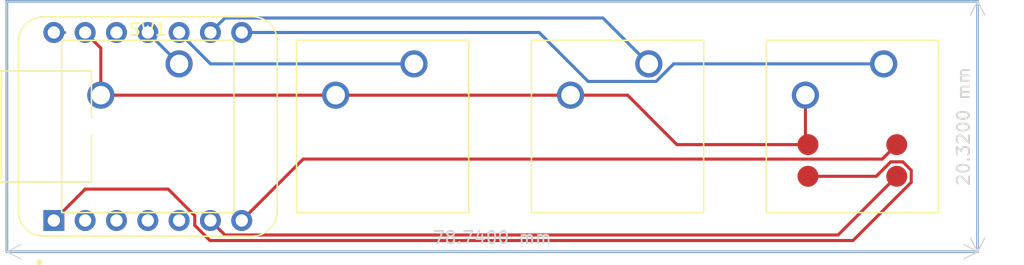
<source format=kicad_pcb>
(kicad_pcb (version 20240108) (generator "pcbnew") (generator_version "8.0")
  (title_block (comment 4 "AISLER Project ID: FHMIPQUN"))
  (layers (0 "F.Cu" signal) (31 "B.Cu" signal) (34 "B.Paste" user) (35 "F.Paste" user) (36 "B.SilkS" user "B.Silkscreen") (37 "F.SilkS" user "F.Silkscreen") (38 "B.Mask" user) (39 "F.Mask" user) (44 "Edge.Cuts" user))
  (net 0 "")
  (net 1 "Net-(U1-PA6_A10_D10_MOSI)")
  (net 2 "GND")
  (net 3 "Net-(U1-PA5_A9_D9_MISO)")
  (net 4 "Net-(U1-PA7_A8_D8_SCK)")
  (net 8 "unconnected-(U1-5V-Pad14)")
  (net 11 "Net-(SW4-E)")
  (net 12 "Net-(SW4-A)")
  (net 13 "Net-(SW4-B)")
  (net 14 "Net-(U1-PB09_A7_D7_RX)")
  (footprint "skylong_knob:1U_Rotary_Encoder_Switch" (layer "F.Cu") (at 180.34 96.52)
    (property "Reference" "SW4" (hide yes))
    (property "Value" "1U_Rotary_Encoder_Switch" (hide yes))
    (pad "" np_thru_hole circle (at 0 0) (size 4.1 4.1) (drill 4.1) (layers "F&B.Cu" "*.Mask"))
    (pad "1" smd circle (at 3.6 4.04) (size 1.7 1.7) (layers "F.Cu" "F.Paste" "F.Mask") (net 13 "Net-(SW4-B)"))
    (pad "2" smd circle (at 3.6 1.47) (size 1.7 1.7) (layers "F.Cu" "F.Paste" "F.Mask") (net 12 "Net-(SW4-A)"))
    (pad "3" smd circle (at -3.6 4.04) (size 1.7 1.7) (layers "F.Cu" "F.Paste" "F.Mask") (net 11 "Net-(SW4-E)"))
    (pad "4" smd circle (at -3.6 1.47) (size 1.7 1.7) (layers "F.Cu" "F.Paste" "F.Mask") (net 2 "GND"))
  )
  (footprint "Button_Switch_Keyboard:SW_Cherry_MX_1.00u_PCB" (layer "F.Cu") (at 163.83 91.44)
    (property "Reference" "SW3" (hide yes))
    (property "Value" "SW_Push" (hide yes))
    (fp_line (start -9.525 -1.905) (end 4.445 -1.905) (stroke (width 0.12)) (layer "F.SilkS"))
    (fp_line (start -9.525 12.065) (end -9.525 -1.905) (stroke (width 0.12)) (layer "F.SilkS"))
    (fp_line (start 4.445 -1.905) (end 4.445 12.065) (stroke (width 0.12)) (layer "F.SilkS"))
    (fp_line (start 4.445 12.065) (end -9.525 12.065) (stroke (width 0.12)) (layer "F.SilkS"))
    (pad "" np_thru_hole circle (at -7.62 5.08) (size 1.7 1.7) (drill 1.7) (layers "*.Cu" "*.Mask"))
    (pad "" np_thru_hole circle (at -2.54 5.08) (size 4 4) (drill 4) (layers "*.Cu" "*.Mask"))
    (pad "" np_thru_hole circle (at 2.54 5.08) (size 1.7 1.7) (drill 1.7) (layers "*.Cu" "*.Mask"))
    (pad "1" thru_hole circle (at 0 0) (size 2.2 2.2) (drill 1.5) (layers "*.Cu" "*.Mask") (net 4 "Net-(U1-PA7_A8_D8_SCK)"))
    (pad "2" thru_hole circle (at -6.35 2.54) (size 2.2 2.2) (drill 1.5) (layers "*.Cu" "*.Mask") (net 2 "GND"))
  )
  (footprint "Button_Switch_Keyboard:SW_Cherry_MX_1.00u_PCB" (layer "F.Cu") (at 125.73 91.44)
    (property "Reference" "SW1" (at -2.54 -2.794 0) (layer "F.SilkS"))
    (property "Value" "SW_Push")
    (fp_line (start -9.525 -1.905) (end 4.445 -1.905) (stroke (width 0.12)) (layer "F.SilkS"))
    (fp_line (start -9.525 12.065) (end -9.525 -1.905) (stroke (width 0.12)) (layer "F.SilkS"))
    (fp_line (start 4.445 -1.905) (end 4.445 12.065) (stroke (width 0.12)) (layer "F.SilkS"))
    (fp_line (start 4.445 12.065) (end -9.525 12.065) (stroke (width 0.12)) (layer "F.SilkS"))
    (pad "" np_thru_hole circle (at -7.62 5.08) (size 1.7 1.7) (drill 1.7) (layers "*.Cu" "*.Mask"))
    (pad "" np_thru_hole circle (at -2.54 5.08) (size 4 4) (drill 4) (layers "*.Cu" "*.Mask"))
    (pad "" np_thru_hole circle (at 2.54 5.08) (size 1.7 1.7) (drill 1.7) (layers "*.Cu" "*.Mask"))
    (pad "1" thru_hole circle (at 0 0) (size 2.2 2.2) (drill 1.5) (layers "*.Cu" "*.Mask") (net 1 "Net-(U1-PA6_A10_D10_MOSI)"))
    (pad "2" thru_hole circle (at -6.35 2.54) (size 2.2 2.2) (drill 1.5) (layers "*.Cu" "*.Mask") (net 2 "GND"))
  )
  (footprint "seeed:XIAO-Generic-Thruhole-14P-2.54-21X17.8MM" (layer "F.Cu") (at 123.19 96.52 90)
    (property "Reference" "U1" (hide yes))
    (property "Value" "Seeed Studio XIAO SAMD21" (hide yes))
    (fp_line (start 4.5 -11.92403) (end 4.5 -4.57073) (stroke (width 0.127)) (layer "F.SilkS"))
    (fp_line (start -4.5 -11.92403) (end 4.5 -11.92403) (stroke (width 0.127)) (layer "F.SilkS"))
    (fp_line (start 6.9 -10.49909) (end -6.9 -10.49909) (stroke (width 0.127)) (layer "F.SilkS"))
    (fp_line (start -8.9 -8.5) (end -8.9 8.5) (stroke (width 0.127)) (layer "F.SilkS"))
    (fp_line (start 4.5 -4.57073) (end -4.5 -4.57073) (stroke (width 0.127)) (layer "F.SilkS"))
    (fp_line (start -4.5 -4.57073) (end -4.5 -11.92403) (stroke (width 0.127)) (layer "F.SilkS"))
    (fp_line (start 8.9 8.5) (end 8.9 -8.5) (stroke (width 0.127)) (layer "F.SilkS"))
    (fp_line (start -6.9 10.5) (end 6.9 10.5) (stroke (width 0.127)) (layer "F.SilkS"))
    (fp_arc (start 6.9 -10.5) (mid 8.301494 -9.901494) (end 8.9 -8.5) (stroke (width 0.12)) (layer "F.SilkS"))
    (fp_arc (start -8.9 -8.5) (mid -8.301491 -9.901491) (end -6.9 -10.5) (stroke (width 0.12)) (layer "F.SilkS"))
    (fp_arc (start 8.9 8.5) (mid 8.314214 9.914214) (end 6.9 10.5) (stroke (width 0.12)) (layer "F.SilkS"))
    (fp_arc (start -6.9 10.5) (mid -8.301423 9.901423) (end -8.9 8.5) (stroke (width 0.12)) (layer "F.SilkS"))
    (fp_circle (center -11 -8.8) (end -11 -9.054) (fill solid) (layer "F.SilkS"))
    (fp_poly (pts (xy -8.887715 -8.561705) (xy -8.884667 -8.610473) (xy -8.880603 -8.659494)) (stroke (width 0.0254)) (fill none) (layer "F.SilkS"))
    (fp_poly (pts (xy 8.889492 8.521574) (xy 8.887713 8.57085) (xy 8.884665 8.619618) (xy 8.880601 8.668639) (xy 8.875268 8.717407) (xy 8.868664 8.766175) (xy 8.861044 8.81469) (xy 8.852153 8.86295) (xy 8.842248 8.910955)) (stroke (width 0.0254)) (fill none) (layer "F.SilkS"))
    (fp_text user "XIAO" (at 0 0.5 90) (layer "F.SilkS"))
    (pad "1" thru_hole rect (at -7.625 -7.62 90) (size 1.7 1.7) (drill 1) (layers "*.Cu" "*.Mask") (net 11 "Net-(SW4-E)"))
    (pad "2" thru_hole circle (at -7.625 -5.08 90) (size 1.7 1.7) (drill 1) (layers "*.Cu" "*.Mask"))
    (pad "3" thru_hole circle (at -7.625 -2.54 90) (size 1.7 1.7) (drill 1) (layers "*.Cu" "*.Mask"))
    (pad "4" thru_hole circle (at -7.625 0 90) (size 1.7 1.7) (drill 1) (layers "*.Cu" "*.Mask"))
    (pad "5" thru_hole circle (at -7.625 2.54 90) (size 1.7 1.7) (drill 1) (layers "*.Cu" "*.Mask"))
    (pad "6" thru_hole circle (at -7.625 5.08 270) (size 1.7 1.7) (drill 1) (layers "*.Cu" "*.Mask") (net 13 "Net-(SW4-B)"))
    (pad "7" thru_hole circle (at -7.625 7.62 90) (size 1.7 1.7) (drill 1) (layers "*.Cu" "*.Mask") (net 12 "Net-(SW4-A)"))
    (pad "8" thru_hole circle (at 7.625 7.62 90) (size 1.7 1.7) (drill 1) (layers "*.Cu" "*.Mask") (net 14 "Net-(U1-PB09_A7_D7_RX)"))
    (pad "9" thru_hole circle (at 7.625 5.08 90) (size 1.7 1.7) (drill 1) (layers "*.Cu" "*.Mask") (net 4 "Net-(U1-PA7_A8_D8_SCK)"))
    (pad "10" thru_hole circle (at 7.625 2.54 90) (size 1.7 1.7) (drill 1) (layers "*.Cu" "*.Mask") (net 3 "Net-(U1-PA5_A9_D9_MISO)"))
    (pad "11" thru_hole circle (at 7.625 0 90) (size 1.7 1.7) (drill 1) (layers "*.Cu" "*.Mask") (net 1 "Net-(U1-PA6_A10_D10_MOSI)"))
    (pad "12" thru_hole circle (at 7.625 -2.54 90) (size 1.7 1.7) (drill 1) (layers "*.Cu" "*.Mask"))
    (pad "13" thru_hole circle (at 7.625 -5.08 90) (size 1.7 1.7) (drill 1) (layers "*.Cu" "*.Mask") (net 2 "GND"))
    (pad "14" thru_hole circle (at 7.625 -7.62 90) (size 1.7 1.7) (drill 1) (layers "*.Cu" "*.Mask") (net 8 "unconnected-(U1-5V-Pad14)"))
  )
  (footprint "Button_Switch_Keyboard:SW_Cherry_MX_1.00u_PCB" (layer "F.Cu") (at 182.88 91.44)
    (property "Reference" "SW5" (hide yes))
    (property "Value" "SW_Push" (hide yes))
    (fp_line (start -9.525 -1.905) (end 4.445 -1.905) (stroke (width 0.12)) (layer "F.SilkS"))
    (fp_line (start -9.525 12.065) (end -9.525 -1.905) (stroke (width 0.12)) (layer "F.SilkS"))
    (fp_line (start 4.445 -1.905) (end 4.445 12.065) (stroke (width 0.12)) (layer "F.SilkS"))
    (fp_line (start 4.445 12.065) (end -9.525 12.065) (stroke (width 0.12)) (layer "F.SilkS"))
    (pad "" np_thru_hole circle (at -7.62 5.08) (size 1.7 1.7) (drill 1.7) (layers "*.Cu" "*.Mask"))
    (pad "" np_thru_hole circle (at -2.54 5.08) (size 4 4) (drill 4) (layers "*.Cu" "*.Mask"))
    (pad "" np_thru_hole circle (at 2.54 5.08) (size 1.7 1.7) (drill 1.7) (layers "*.Cu" "*.Mask"))
    (pad "1" thru_hole circle (at 0 0) (size 2.2 2.2) (drill 1.5) (layers "*.Cu" "*.Mask") (net 14 "Net-(U1-PB09_A7_D7_RX)"))
    (pad "2" thru_hole circle (at -6.35 2.54) (size 2.2 2.2) (drill 1.5) (layers "*.Cu" "*.Mask") (net 2 "GND"))
  )
  (footprint "Button_Switch_Keyboard:SW_Cherry_MX_1.00u_PCB" (layer "F.Cu") (at 144.78 91.44)
    (property "Reference" "SW2" (hide yes))
    (property "Value" "SW_Push" (hide yes))
    (fp_line (start -9.525 -1.905) (end 4.445 -1.905) (stroke (width 0.12)) (layer "F.SilkS"))
    (fp_line (start -9.525 12.065) (end -9.525 -1.905) (stroke (width 0.12)) (layer "F.SilkS"))
    (fp_line (start 4.445 -1.905) (end 4.445 12.065) (stroke (width 0.12)) (layer "F.SilkS"))
    (fp_line (start 4.445 12.065) (end -9.525 12.065) (stroke (width 0.12)) (layer "F.SilkS"))
    (pad "" np_thru_hole circle (at -7.62 5.08) (size 1.7 1.7) (drill 1.7) (layers "*.Cu" "*.Mask"))
    (pad "" np_thru_hole circle (at -2.54 5.08) (size 4 4) (drill 4) (layers "*.Cu" "*.Mask"))
    (pad "" np_thru_hole circle (at 2.54 5.08) (size 1.7 1.7) (drill 1.7) (layers "*.Cu" "*.Mask"))
    (pad "1" thru_hole circle (at 0 0) (size 2.2 2.2) (drill 1.5) (layers "*.Cu" "*.Mask") (net 3 "Net-(U1-PA5_A9_D9_MISO)"))
    (pad "2" thru_hole circle (at -6.35 2.54) (size 2.2 2.2) (drill 1.5) (layers "*.Cu" "*.Mask") (net 2 "GND"))
  )
  (gr_rect (start 111.76 86.36) (end 190.5 106.68) (stroke (width 0.2)) (fill none) (layer "B.Cu"))
  (gr_rect (start 111.76 86.36) (end 190.5 106.68) (stroke (width 0.1)) (fill none) (layer "Edge.Cuts"))
  (dimension (type aligned) (layer "Edge.Cuts") (pts (xy 190.5 106.68) (xy 190.5 86.36)) (height 0) (gr_text "20.3200 mm" (at 189.35 96.52 90) (layer "Edge.Cuts") (effects (font (size 1 1) (thickness 0.15)))) (format (prefix "") (suffix "") (units 3) (units_format 1) (precision 4)) (style (thickness 0.1) (arrow_length 1.27) (text_position_mode 0) (extension_height 0.58642) (extension_offset 0.5) keep_text_aligned))
  (dimension (type aligned) (layer "Edge.Cuts") (pts (xy 111.76 106.68) (xy 190.5 106.68)) (height 0) (gr_text "78.7400 mm" (at 151.13 105.53 0) (layer "Edge.Cuts") (effects (font (size 1 1) (thickness 0.15)))) (format (prefix "") (suffix "") (units 3) (units_format 1) (precision 4)) (style (thickness 0.1) (arrow_length 1.27) (text_position_mode 0) (extension_height 0.58642) (extension_offset 0.5) keep_text_aligned))
  (segment (start 125.73 91.435) (end 125.73 91.44) (width 0.25) (layer "B.Cu") (net 1))
  (segment (start 123.19 88.895) (end 125.73 91.435) (width 0.25) (layer "B.Cu") (net 1))
  (segment (start 176.53 93.98) (end 176.53 97.78) (width 0.25) (layer "F.Cu") (net 2))
  (segment (start 163.665 95.547412) (end 163.665 95.536243) (width 0.25) (layer "F.Cu") (net 2))
  (segment (start 138.43 93.98) (end 157.48 93.98) (width 0.25) (layer "F.Cu") (net 2))
  (segment (start 119.38 93.98) (end 119.38 90.165) (width 0.25) (layer "F.Cu") (net 2))
  (segment (start 119.38 90.165) (end 118.11 88.895) (width 0.25) (layer "F.Cu") (net 2))
  (segment (start 166.107588 97.99) (end 163.665 95.547412) (width 0.25) (layer "F.Cu") (net 2))
  (segment (start 119.38 93.98) (end 138.43 93.98) (width 0.25) (layer "F.Cu") (net 2))
  (segment (start 163.665 95.536243) (end 162.108757 93.98) (width 0.25) (layer "F.Cu") (net 2))
  (segment (start 165.1 96.982412) (end 165.1 96.971243) (width 0.25) (layer "F.Cu") (net 2))
  (segment (start 162.108757 93.98) (end 157.48 93.98) (width 0.25) (layer "F.Cu") (net 2))
  (segment (start 176.53 97.78) (end 176.74 97.99) (width 0.25) (layer "F.Cu") (net 2))
  (segment (start 176.74 97.99) (end 166.107588 97.99) (width 0.25) (layer "F.Cu") (net 2))
  (segment (start 125.73 88.895) (end 128.275 91.44) (width 0.25) (layer "B.Cu") (net 3))
  (segment (start 128.275 91.44) (end 144.78 91.44) (width 0.25) (layer "B.Cu") (net 3))
  (segment (start 129.445 87.72) (end 160.11 87.72) (width 0.25) (layer "B.Cu") (net 4))
  (segment (start 160.11 87.72) (end 163.83 91.44) (width 0.25) (layer "B.Cu") (net 4))
  (segment (start 128.27 88.895) (end 129.445 87.72) (width 0.25) (layer "B.Cu") (net 4))
  (segment (start 116.448299 88.895) (end 115.57 88.895) (width 0.25) (layer "B.Cu") (net 8))
  (segment (start 124.846701 101.6) (end 118.115 101.6) (width 0.25) (layer "F.Cu") (net 11))
  (segment (start 180.391701 105.77) (end 128.233299 105.77) (width 0.25) (layer "F.Cu") (net 11))
  (segment (start 118.115 101.6) (end 115.57 104.145) (width 0.25) (layer "F.Cu") (net 11))
  (segment (start 184.426701 99.385) (end 185.115 100.073299) (width 0.25) (layer "F.Cu") (net 11))
  (segment (start 127 104.536701) (end 127 103.753299) (width 0.25) (layer "F.Cu") (net 11))
  (segment (start 183.453299 99.385) (end 184.426701 99.385) (width 0.25) (layer "F.Cu") (net 11))
  (segment (start 185.115 100.073299) (end 185.115 101.046701) (width 0.25) (layer "F.Cu") (net 11))
  (segment (start 182.278299 100.56) (end 183.453299 99.385) (width 0.25) (layer "F.Cu") (net 11))
  (segment (start 176.74 100.56) (end 182.278299 100.56) (width 0.25) (layer "F.Cu") (net 11))
  (segment (start 185.115 101.046701) (end 180.391701 105.77) (width 0.25) (layer "F.Cu") (net 11))
  (segment (start 128.233299 105.77) (end 127 104.536701) (width 0.25) (layer "F.Cu") (net 11))
  (segment (start 127 103.753299) (end 124.846701 101.6) (width 0.25) (layer "F.Cu") (net 11))
  (segment (start 182.765 99.165) (end 135.79 99.165) (width 0.25) (layer "F.Cu") (net 12))
  (segment (start 183.94 97.99) (end 182.765 99.165) (width 0.25) (layer "F.Cu") (net 12))
  (segment (start 135.79 99.165) (end 130.81 104.145) (width 0.25) (layer "F.Cu") (net 12))
  (segment (start 129.445 105.32) (end 128.27 104.145) (width 0.25) (layer "F.Cu") (net 13))
  (segment (start 183.94 100.56) (end 179.18 105.32) (width 0.25) (layer "F.Cu") (net 13))
  (segment (start 179.18 105.32) (end 129.445 105.32) (width 0.25) (layer "F.Cu") (net 13))
  (segment (start 154.935 88.895) (end 130.81 88.895) (width 0.25) (layer "B.Cu") (net 14))
  (segment (start 165.845255 91.44) (end 164.420255 92.865) (width 0.25) (layer "B.Cu") (net 14))
  (segment (start 158.905 92.865) (end 154.935 88.895) (width 0.25) (layer "B.Cu") (net 14))
  (segment (start 182.88 91.44) (end 165.845255 91.44) (width 0.25) (layer "B.Cu") (net 14))
  (segment (start 164.420255 92.865) (end 158.905 92.865) (width 0.25) (layer "B.Cu") (net 14))
)
</source>
